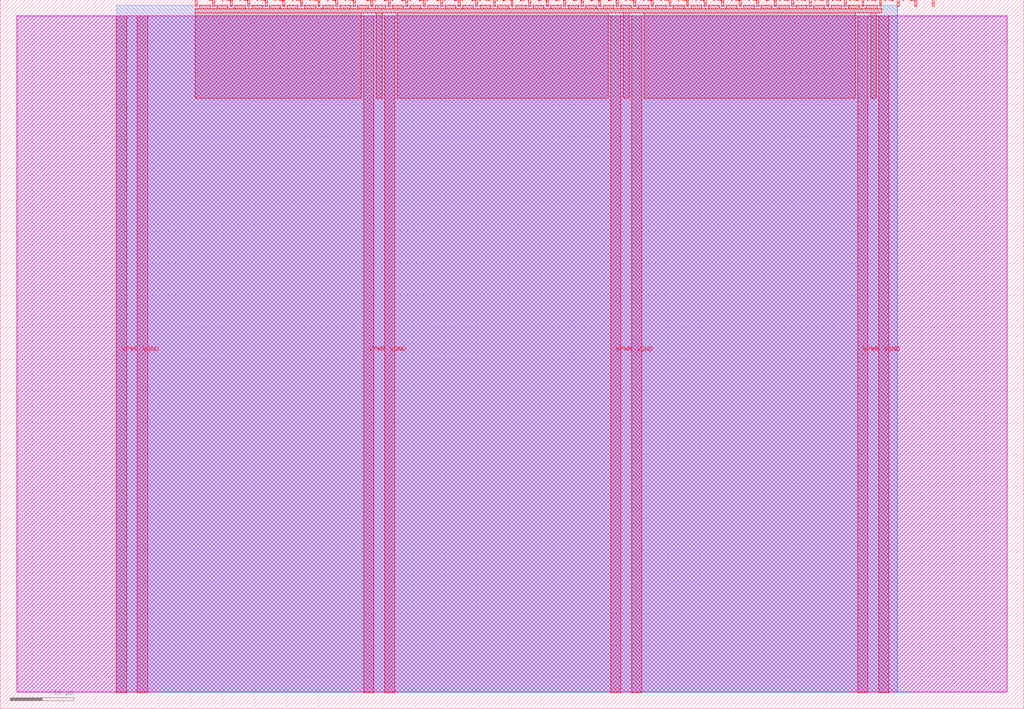
<source format=lef>
VERSION 5.7 ;
  NOWIREEXTENSIONATPIN ON ;
  DIVIDERCHAR "/" ;
  BUSBITCHARS "[]" ;
MACRO tt_um_wokwi_414124843472659457
  CLASS BLOCK ;
  FOREIGN tt_um_wokwi_414124843472659457 ;
  ORIGIN 0.000 0.000 ;
  SIZE 161.000 BY 111.520 ;
  PIN VGND
    DIRECTION INOUT ;
    USE GROUND ;
    PORT
      LAYER met4 ;
        RECT 21.580 2.480 23.180 109.040 ;
    END
    PORT
      LAYER met4 ;
        RECT 60.450 2.480 62.050 109.040 ;
    END
    PORT
      LAYER met4 ;
        RECT 99.320 2.480 100.920 109.040 ;
    END
    PORT
      LAYER met4 ;
        RECT 138.190 2.480 139.790 109.040 ;
    END
  END VGND
  PIN VPWR
    DIRECTION INOUT ;
    USE POWER ;
    PORT
      LAYER met4 ;
        RECT 18.280 2.480 19.880 109.040 ;
    END
    PORT
      LAYER met4 ;
        RECT 57.150 2.480 58.750 109.040 ;
    END
    PORT
      LAYER met4 ;
        RECT 96.020 2.480 97.620 109.040 ;
    END
    PORT
      LAYER met4 ;
        RECT 134.890 2.480 136.490 109.040 ;
    END
  END VPWR
  PIN clk
    DIRECTION INPUT ;
    USE SIGNAL ;
    PORT
      LAYER met4 ;
        RECT 143.830 110.520 144.130 111.520 ;
    END
  END clk
  PIN ena
    DIRECTION INPUT ;
    USE SIGNAL ;
    PORT
      LAYER met4 ;
        RECT 146.590 110.520 146.890 111.520 ;
    END
  END ena
  PIN rst_n
    DIRECTION INPUT ;
    USE SIGNAL ;
    PORT
      LAYER met4 ;
        RECT 141.070 110.520 141.370 111.520 ;
    END
  END rst_n
  PIN ui_in[0]
    DIRECTION INPUT ;
    USE SIGNAL ;
    ANTENNAGATEAREA 0.196500 ;
    PORT
      LAYER met4 ;
        RECT 138.310 110.520 138.610 111.520 ;
    END
  END ui_in[0]
  PIN ui_in[1]
    DIRECTION INPUT ;
    USE SIGNAL ;
    ANTENNAGATEAREA 0.196500 ;
    PORT
      LAYER met4 ;
        RECT 135.550 110.520 135.850 111.520 ;
    END
  END ui_in[1]
  PIN ui_in[2]
    DIRECTION INPUT ;
    USE SIGNAL ;
    ANTENNAGATEAREA 0.196500 ;
    PORT
      LAYER met4 ;
        RECT 132.790 110.520 133.090 111.520 ;
    END
  END ui_in[2]
  PIN ui_in[3]
    DIRECTION INPUT ;
    USE SIGNAL ;
    ANTENNAGATEAREA 0.196500 ;
    PORT
      LAYER met4 ;
        RECT 130.030 110.520 130.330 111.520 ;
    END
  END ui_in[3]
  PIN ui_in[4]
    DIRECTION INPUT ;
    USE SIGNAL ;
    PORT
      LAYER met4 ;
        RECT 127.270 110.520 127.570 111.520 ;
    END
  END ui_in[4]
  PIN ui_in[5]
    DIRECTION INPUT ;
    USE SIGNAL ;
    PORT
      LAYER met4 ;
        RECT 124.510 110.520 124.810 111.520 ;
    END
  END ui_in[5]
  PIN ui_in[6]
    DIRECTION INPUT ;
    USE SIGNAL ;
    PORT
      LAYER met4 ;
        RECT 121.750 110.520 122.050 111.520 ;
    END
  END ui_in[6]
  PIN ui_in[7]
    DIRECTION INPUT ;
    USE SIGNAL ;
    ANTENNAGATEAREA 0.196500 ;
    PORT
      LAYER met4 ;
        RECT 118.990 110.520 119.290 111.520 ;
    END
  END ui_in[7]
  PIN uio_in[0]
    DIRECTION INPUT ;
    USE SIGNAL ;
    PORT
      LAYER met4 ;
        RECT 116.230 110.520 116.530 111.520 ;
    END
  END uio_in[0]
  PIN uio_in[1]
    DIRECTION INPUT ;
    USE SIGNAL ;
    PORT
      LAYER met4 ;
        RECT 113.470 110.520 113.770 111.520 ;
    END
  END uio_in[1]
  PIN uio_in[2]
    DIRECTION INPUT ;
    USE SIGNAL ;
    PORT
      LAYER met4 ;
        RECT 110.710 110.520 111.010 111.520 ;
    END
  END uio_in[2]
  PIN uio_in[3]
    DIRECTION INPUT ;
    USE SIGNAL ;
    PORT
      LAYER met4 ;
        RECT 107.950 110.520 108.250 111.520 ;
    END
  END uio_in[3]
  PIN uio_in[4]
    DIRECTION INPUT ;
    USE SIGNAL ;
    PORT
      LAYER met4 ;
        RECT 105.190 110.520 105.490 111.520 ;
    END
  END uio_in[4]
  PIN uio_in[5]
    DIRECTION INPUT ;
    USE SIGNAL ;
    PORT
      LAYER met4 ;
        RECT 102.430 110.520 102.730 111.520 ;
    END
  END uio_in[5]
  PIN uio_in[6]
    DIRECTION INPUT ;
    USE SIGNAL ;
    PORT
      LAYER met4 ;
        RECT 99.670 110.520 99.970 111.520 ;
    END
  END uio_in[6]
  PIN uio_in[7]
    DIRECTION INPUT ;
    USE SIGNAL ;
    PORT
      LAYER met4 ;
        RECT 96.910 110.520 97.210 111.520 ;
    END
  END uio_in[7]
  PIN uio_oe[0]
    DIRECTION OUTPUT ;
    USE SIGNAL ;
    PORT
      LAYER met4 ;
        RECT 49.990 110.520 50.290 111.520 ;
    END
  END uio_oe[0]
  PIN uio_oe[1]
    DIRECTION OUTPUT ;
    USE SIGNAL ;
    PORT
      LAYER met4 ;
        RECT 47.230 110.520 47.530 111.520 ;
    END
  END uio_oe[1]
  PIN uio_oe[2]
    DIRECTION OUTPUT ;
    USE SIGNAL ;
    PORT
      LAYER met4 ;
        RECT 44.470 110.520 44.770 111.520 ;
    END
  END uio_oe[2]
  PIN uio_oe[3]
    DIRECTION OUTPUT ;
    USE SIGNAL ;
    PORT
      LAYER met4 ;
        RECT 41.710 110.520 42.010 111.520 ;
    END
  END uio_oe[3]
  PIN uio_oe[4]
    DIRECTION OUTPUT ;
    USE SIGNAL ;
    PORT
      LAYER met4 ;
        RECT 38.950 110.520 39.250 111.520 ;
    END
  END uio_oe[4]
  PIN uio_oe[5]
    DIRECTION OUTPUT ;
    USE SIGNAL ;
    PORT
      LAYER met4 ;
        RECT 36.190 110.520 36.490 111.520 ;
    END
  END uio_oe[5]
  PIN uio_oe[6]
    DIRECTION OUTPUT ;
    USE SIGNAL ;
    PORT
      LAYER met4 ;
        RECT 33.430 110.520 33.730 111.520 ;
    END
  END uio_oe[6]
  PIN uio_oe[7]
    DIRECTION OUTPUT ;
    USE SIGNAL ;
    PORT
      LAYER met4 ;
        RECT 30.670 110.520 30.970 111.520 ;
    END
  END uio_oe[7]
  PIN uio_out[0]
    DIRECTION OUTPUT ;
    USE SIGNAL ;
    PORT
      LAYER met4 ;
        RECT 72.070 110.520 72.370 111.520 ;
    END
  END uio_out[0]
  PIN uio_out[1]
    DIRECTION OUTPUT ;
    USE SIGNAL ;
    PORT
      LAYER met4 ;
        RECT 69.310 110.520 69.610 111.520 ;
    END
  END uio_out[1]
  PIN uio_out[2]
    DIRECTION OUTPUT ;
    USE SIGNAL ;
    PORT
      LAYER met4 ;
        RECT 66.550 110.520 66.850 111.520 ;
    END
  END uio_out[2]
  PIN uio_out[3]
    DIRECTION OUTPUT ;
    USE SIGNAL ;
    PORT
      LAYER met4 ;
        RECT 63.790 110.520 64.090 111.520 ;
    END
  END uio_out[3]
  PIN uio_out[4]
    DIRECTION OUTPUT ;
    USE SIGNAL ;
    PORT
      LAYER met4 ;
        RECT 61.030 110.520 61.330 111.520 ;
    END
  END uio_out[4]
  PIN uio_out[5]
    DIRECTION OUTPUT ;
    USE SIGNAL ;
    PORT
      LAYER met4 ;
        RECT 58.270 110.520 58.570 111.520 ;
    END
  END uio_out[5]
  PIN uio_out[6]
    DIRECTION OUTPUT ;
    USE SIGNAL ;
    PORT
      LAYER met4 ;
        RECT 55.510 110.520 55.810 111.520 ;
    END
  END uio_out[6]
  PIN uio_out[7]
    DIRECTION OUTPUT ;
    USE SIGNAL ;
    PORT
      LAYER met4 ;
        RECT 52.750 110.520 53.050 111.520 ;
    END
  END uio_out[7]
  PIN uo_out[0]
    DIRECTION OUTPUT ;
    USE SIGNAL ;
    ANTENNADIFFAREA 0.795200 ;
    PORT
      LAYER met4 ;
        RECT 94.150 110.520 94.450 111.520 ;
    END
  END uo_out[0]
  PIN uo_out[1]
    DIRECTION OUTPUT ;
    USE SIGNAL ;
    ANTENNADIFFAREA 0.795200 ;
    PORT
      LAYER met4 ;
        RECT 91.390 110.520 91.690 111.520 ;
    END
  END uo_out[1]
  PIN uo_out[2]
    DIRECTION OUTPUT ;
    USE SIGNAL ;
    ANTENNADIFFAREA 0.445500 ;
    PORT
      LAYER met4 ;
        RECT 88.630 110.520 88.930 111.520 ;
    END
  END uo_out[2]
  PIN uo_out[3]
    DIRECTION OUTPUT ;
    USE SIGNAL ;
    PORT
      LAYER met4 ;
        RECT 85.870 110.520 86.170 111.520 ;
    END
  END uo_out[3]
  PIN uo_out[4]
    DIRECTION OUTPUT ;
    USE SIGNAL ;
    PORT
      LAYER met4 ;
        RECT 83.110 110.520 83.410 111.520 ;
    END
  END uo_out[4]
  PIN uo_out[5]
    DIRECTION OUTPUT ;
    USE SIGNAL ;
    PORT
      LAYER met4 ;
        RECT 80.350 110.520 80.650 111.520 ;
    END
  END uo_out[5]
  PIN uo_out[6]
    DIRECTION OUTPUT ;
    USE SIGNAL ;
    PORT
      LAYER met4 ;
        RECT 77.590 110.520 77.890 111.520 ;
    END
  END uo_out[6]
  PIN uo_out[7]
    DIRECTION OUTPUT ;
    USE SIGNAL ;
    PORT
      LAYER met4 ;
        RECT 74.830 110.520 75.130 111.520 ;
    END
  END uo_out[7]
  OBS
      LAYER nwell ;
        RECT 2.570 2.635 158.430 108.990 ;
      LAYER li1 ;
        RECT 2.760 2.635 158.240 108.885 ;
      LAYER met1 ;
        RECT 2.760 2.480 158.240 109.040 ;
      LAYER met2 ;
        RECT 18.310 2.535 141.130 110.685 ;
      LAYER met3 ;
        RECT 18.290 2.555 141.155 110.665 ;
      LAYER met4 ;
        RECT 31.370 110.120 33.030 110.665 ;
        RECT 34.130 110.120 35.790 110.665 ;
        RECT 36.890 110.120 38.550 110.665 ;
        RECT 39.650 110.120 41.310 110.665 ;
        RECT 42.410 110.120 44.070 110.665 ;
        RECT 45.170 110.120 46.830 110.665 ;
        RECT 47.930 110.120 49.590 110.665 ;
        RECT 50.690 110.120 52.350 110.665 ;
        RECT 53.450 110.120 55.110 110.665 ;
        RECT 56.210 110.120 57.870 110.665 ;
        RECT 58.970 110.120 60.630 110.665 ;
        RECT 61.730 110.120 63.390 110.665 ;
        RECT 64.490 110.120 66.150 110.665 ;
        RECT 67.250 110.120 68.910 110.665 ;
        RECT 70.010 110.120 71.670 110.665 ;
        RECT 72.770 110.120 74.430 110.665 ;
        RECT 75.530 110.120 77.190 110.665 ;
        RECT 78.290 110.120 79.950 110.665 ;
        RECT 81.050 110.120 82.710 110.665 ;
        RECT 83.810 110.120 85.470 110.665 ;
        RECT 86.570 110.120 88.230 110.665 ;
        RECT 89.330 110.120 90.990 110.665 ;
        RECT 92.090 110.120 93.750 110.665 ;
        RECT 94.850 110.120 96.510 110.665 ;
        RECT 97.610 110.120 99.270 110.665 ;
        RECT 100.370 110.120 102.030 110.665 ;
        RECT 103.130 110.120 104.790 110.665 ;
        RECT 105.890 110.120 107.550 110.665 ;
        RECT 108.650 110.120 110.310 110.665 ;
        RECT 111.410 110.120 113.070 110.665 ;
        RECT 114.170 110.120 115.830 110.665 ;
        RECT 116.930 110.120 118.590 110.665 ;
        RECT 119.690 110.120 121.350 110.665 ;
        RECT 122.450 110.120 124.110 110.665 ;
        RECT 125.210 110.120 126.870 110.665 ;
        RECT 127.970 110.120 129.630 110.665 ;
        RECT 130.730 110.120 132.390 110.665 ;
        RECT 133.490 110.120 135.150 110.665 ;
        RECT 136.250 110.120 137.910 110.665 ;
        RECT 30.655 109.440 138.625 110.120 ;
        RECT 30.655 96.055 56.750 109.440 ;
        RECT 59.150 96.055 60.050 109.440 ;
        RECT 62.450 96.055 95.620 109.440 ;
        RECT 98.020 96.055 98.920 109.440 ;
        RECT 101.320 96.055 134.490 109.440 ;
        RECT 136.890 96.055 137.790 109.440 ;
  END
END tt_um_wokwi_414124843472659457
END LIBRARY


</source>
